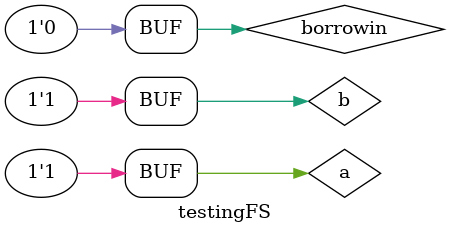
<source format=v>
module full_subtract(diff,borrowOut, a, b, borrowin);
	output		diff;
	output		borrowOut;
	input		a, b, borrowin;
	assign		{borrowOut, diff}=a-b-borrowin;
	//result of subtraction is two bits; the MSB is borrowOut and the LSB
	//is diff.
endmodule

module testingFS();
	
	reg		a,b,borrowin;
	wire		diff,borrowOut;
	full_subtract		fs(diff, borrowOut, a, b, borrowin);

	initial begin
            $dumpfile("Drill1_2.vcd");
	        $dumpvars(-1, testingFS);
	        $monitor("%b", borrowin);
	end

	initial begin
	a=1'b1; b=1'b1; borrowin=1'b0;
	end

	initial begin
	#10 a=1'b1;
	#10 a=1'b0; b=1'b1;
	#10 a=1'b1; b=1'b0;
	#10 borrowin=1'b1;
	end

	initial begin
	$display(" a b borrowin difference borrowOout time");
	$monitor(" %b %b %b %b %b %b ",a,b,borrowin,diff,borrowOut,
		$time);
	end
endmodule
</source>
